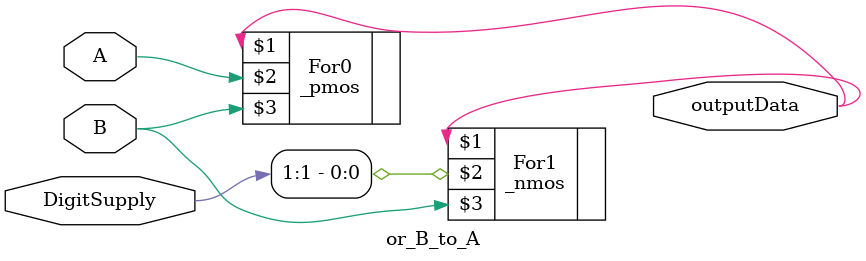
<source format=v>
module or_B_to_A(

    output outputData,
    input [1:0] DigitSupply,
    input A,
    input B
    );
    wire outputData;
    tri [1:0] DigitSupply;
    tri A;
    
    tri B;
    
    _pmos For0(outputData,A,B);
    _nmos For1(outputData,DigitSupply[1],B);
    
endmodule

</source>
